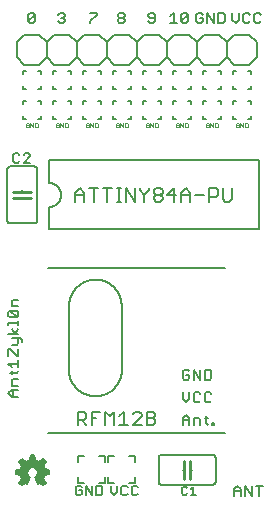
<source format=gto>
G75*
%MOIN*%
%OFA0B0*%
%FSLAX25Y25*%
%IPPOS*%
%LPD*%
%AMOC8*
5,1,8,0,0,1.08239X$1,22.5*
%
%ADD10C,0.00600*%
%ADD11C,0.00300*%
%ADD12C,0.00500*%
%ADD13C,0.00800*%
%ADD14C,0.01000*%
D10*
X0011501Y0010324D02*
X0011501Y0011624D01*
X0013001Y0011824D01*
X0013601Y0013124D01*
X0012701Y0014424D01*
X0013601Y0015324D01*
X0014901Y0014424D01*
X0016101Y0014924D01*
X0016401Y0016524D01*
X0017701Y0016524D01*
X0018001Y0014924D01*
X0019201Y0014424D01*
X0020601Y0015324D01*
X0021501Y0014424D01*
X0020601Y0013124D01*
X0021101Y0011924D01*
X0022601Y0011624D01*
X0022601Y0010324D01*
X0021201Y0010024D01*
X0020601Y0008724D01*
X0021501Y0007424D01*
X0020601Y0006524D01*
X0019401Y0007324D01*
X0018801Y0007024D01*
X0017901Y0009324D01*
X0018501Y0009024D02*
X0019501Y0011024D01*
X0018501Y0012524D01*
X0017001Y0013024D01*
X0015501Y0012524D01*
X0015001Y0011024D01*
X0015501Y0009524D01*
X0016001Y0009024D01*
X0015001Y0007524D01*
X0013501Y0007024D01*
X0013001Y0007524D01*
X0014001Y0009024D01*
X0013001Y0010524D01*
X0012001Y0010524D01*
X0012001Y0011524D01*
X0013501Y0011524D01*
X0014001Y0013024D01*
X0013001Y0014524D01*
X0013501Y0015024D01*
X0015001Y0014024D01*
X0016501Y0015024D01*
X0016501Y0016024D01*
X0017501Y0016024D01*
X0018001Y0014524D01*
X0019501Y0014024D01*
X0020501Y0015024D01*
X0021001Y0014524D01*
X0020501Y0013024D01*
X0021001Y0011524D01*
X0022501Y0011524D01*
X0022001Y0010524D01*
X0020501Y0010024D01*
X0020501Y0008524D01*
X0021001Y0007524D01*
X0020501Y0007024D01*
X0019501Y0007524D01*
X0019001Y0007524D01*
X0018501Y0009024D01*
X0018515Y0008982D02*
X0020501Y0008982D01*
X0020501Y0009581D02*
X0018779Y0009581D01*
X0019079Y0010179D02*
X0020966Y0010179D01*
X0022128Y0010778D02*
X0019378Y0010778D01*
X0019267Y0011376D02*
X0022427Y0011376D01*
X0020851Y0011975D02*
X0018868Y0011975D01*
X0018355Y0012573D02*
X0020652Y0012573D01*
X0020550Y0013172D02*
X0013903Y0013172D01*
X0013851Y0012573D02*
X0015648Y0012573D01*
X0015318Y0011975D02*
X0013651Y0011975D01*
X0015119Y0011376D02*
X0012001Y0011376D01*
X0012001Y0010778D02*
X0015084Y0010778D01*
X0015283Y0010179D02*
X0013231Y0010179D01*
X0013001Y0010024D02*
X0011501Y0010324D01*
X0013001Y0010024D02*
X0013501Y0008724D01*
X0012701Y0007424D01*
X0013601Y0006524D01*
X0014801Y0007324D01*
X0015301Y0007024D01*
X0016301Y0009324D01*
X0015973Y0008982D02*
X0013973Y0008982D01*
X0013630Y0009581D02*
X0015483Y0009581D01*
X0015574Y0008384D02*
X0013574Y0008384D01*
X0013175Y0007785D02*
X0015175Y0007785D01*
X0013988Y0007187D02*
X0013339Y0007187D01*
X0016301Y0009324D02*
X0016227Y0009363D01*
X0016154Y0009406D01*
X0016084Y0009452D01*
X0016016Y0009502D01*
X0015950Y0009554D01*
X0015887Y0009610D01*
X0015827Y0009668D01*
X0015769Y0009729D01*
X0015715Y0009793D01*
X0015663Y0009859D01*
X0015615Y0009928D01*
X0015570Y0009999D01*
X0015528Y0010072D01*
X0015490Y0010147D01*
X0015455Y0010223D01*
X0015424Y0010301D01*
X0015396Y0010381D01*
X0015373Y0010462D01*
X0015353Y0010543D01*
X0015337Y0010626D01*
X0015325Y0010709D01*
X0015317Y0010793D01*
X0015313Y0010876D01*
X0015312Y0010961D01*
X0015316Y0011044D01*
X0015324Y0011128D01*
X0015335Y0011211D01*
X0015351Y0011294D01*
X0015370Y0011376D01*
X0015393Y0011457D01*
X0015420Y0011536D01*
X0015451Y0011615D01*
X0015485Y0011691D01*
X0015523Y0011766D01*
X0015564Y0011839D01*
X0015609Y0011911D01*
X0015657Y0011980D01*
X0015708Y0012046D01*
X0015762Y0012111D01*
X0015819Y0012172D01*
X0015879Y0012231D01*
X0015942Y0012287D01*
X0016007Y0012340D01*
X0016075Y0012390D01*
X0016145Y0012436D01*
X0016217Y0012479D01*
X0016291Y0012519D01*
X0016367Y0012555D01*
X0016444Y0012588D01*
X0016523Y0012617D01*
X0016603Y0012642D01*
X0016685Y0012664D01*
X0016767Y0012682D01*
X0016850Y0012695D01*
X0016933Y0012705D01*
X0017017Y0012711D01*
X0017101Y0012713D01*
X0017185Y0012711D01*
X0017269Y0012705D01*
X0017352Y0012695D01*
X0017435Y0012682D01*
X0017517Y0012664D01*
X0017599Y0012642D01*
X0017679Y0012617D01*
X0017758Y0012588D01*
X0017835Y0012555D01*
X0017911Y0012519D01*
X0017985Y0012479D01*
X0018057Y0012436D01*
X0018127Y0012390D01*
X0018195Y0012340D01*
X0018260Y0012287D01*
X0018323Y0012231D01*
X0018383Y0012172D01*
X0018440Y0012111D01*
X0018494Y0012046D01*
X0018545Y0011980D01*
X0018593Y0011911D01*
X0018638Y0011839D01*
X0018679Y0011766D01*
X0018717Y0011691D01*
X0018751Y0011615D01*
X0018782Y0011536D01*
X0018809Y0011457D01*
X0018832Y0011376D01*
X0018851Y0011294D01*
X0018867Y0011211D01*
X0018878Y0011128D01*
X0018886Y0011044D01*
X0018890Y0010961D01*
X0018889Y0010876D01*
X0018885Y0010793D01*
X0018877Y0010709D01*
X0018865Y0010626D01*
X0018849Y0010543D01*
X0018829Y0010462D01*
X0018806Y0010381D01*
X0018778Y0010301D01*
X0018747Y0010223D01*
X0018712Y0010147D01*
X0018674Y0010072D01*
X0018632Y0009999D01*
X0018587Y0009928D01*
X0018539Y0009859D01*
X0018487Y0009793D01*
X0018433Y0009729D01*
X0018375Y0009668D01*
X0018315Y0009610D01*
X0018252Y0009554D01*
X0018186Y0009502D01*
X0018118Y0009452D01*
X0018048Y0009406D01*
X0017975Y0009363D01*
X0017901Y0009324D01*
X0018715Y0008384D02*
X0020572Y0008384D01*
X0020871Y0007785D02*
X0018914Y0007785D01*
X0020177Y0007187D02*
X0020663Y0007187D01*
X0020750Y0013770D02*
X0013504Y0013770D01*
X0013105Y0014369D02*
X0014485Y0014369D01*
X0015518Y0014369D02*
X0018468Y0014369D01*
X0017854Y0014967D02*
X0016416Y0014967D01*
X0016501Y0015566D02*
X0017654Y0015566D01*
X0019846Y0014369D02*
X0020949Y0014369D01*
X0020558Y0014967D02*
X0020444Y0014967D01*
X0013587Y0014967D02*
X0013444Y0014967D01*
X0012382Y0036155D02*
X0010114Y0036155D01*
X0008980Y0037289D01*
X0010114Y0038424D01*
X0012382Y0038424D01*
X0012382Y0039838D02*
X0010114Y0039838D01*
X0010114Y0041540D01*
X0010681Y0042107D01*
X0012382Y0042107D01*
X0011815Y0044089D02*
X0012382Y0044656D01*
X0011815Y0044089D02*
X0009547Y0044089D01*
X0010114Y0044656D02*
X0010114Y0043521D01*
X0010114Y0045977D02*
X0008980Y0047111D01*
X0012382Y0047111D01*
X0012382Y0045977D02*
X0012382Y0048245D01*
X0012382Y0049660D02*
X0011815Y0049660D01*
X0009547Y0051929D01*
X0008980Y0051929D01*
X0008980Y0049660D01*
X0010114Y0053343D02*
X0011815Y0053343D01*
X0012382Y0053910D01*
X0012382Y0055612D01*
X0012950Y0055612D02*
X0013517Y0055045D01*
X0013517Y0054477D01*
X0012950Y0055612D02*
X0010114Y0055612D01*
X0011248Y0057026D02*
X0010114Y0058728D01*
X0008980Y0060096D02*
X0008980Y0060663D01*
X0012382Y0060663D01*
X0012382Y0060096D02*
X0012382Y0061230D01*
X0011815Y0062551D02*
X0009547Y0064820D01*
X0011815Y0064820D01*
X0012382Y0064252D01*
X0012382Y0063118D01*
X0011815Y0062551D01*
X0009547Y0062551D01*
X0008980Y0063118D01*
X0008980Y0064252D01*
X0009547Y0064820D01*
X0010114Y0066234D02*
X0010114Y0067936D01*
X0010681Y0068503D01*
X0012382Y0068503D01*
X0012382Y0066234D02*
X0010114Y0066234D01*
X0012382Y0058728D02*
X0011248Y0057026D01*
X0012382Y0057026D02*
X0008980Y0057026D01*
X0012382Y0051929D02*
X0012382Y0049660D01*
X0010681Y0038424D02*
X0010681Y0036155D01*
X0031915Y0006424D02*
X0031391Y0005900D01*
X0031391Y0003805D01*
X0031915Y0003281D01*
X0032962Y0003281D01*
X0033486Y0003805D01*
X0033486Y0004853D01*
X0032439Y0004853D01*
X0033486Y0005900D02*
X0032962Y0006424D01*
X0031915Y0006424D01*
X0032277Y0007300D02*
X0034277Y0007300D01*
X0034835Y0006424D02*
X0036930Y0003281D01*
X0036930Y0006424D01*
X0038279Y0006424D02*
X0039850Y0006424D01*
X0040374Y0005900D01*
X0040374Y0003805D01*
X0039850Y0003281D01*
X0038279Y0003281D01*
X0038279Y0006424D01*
X0039277Y0007300D02*
X0041277Y0007300D01*
X0041277Y0009300D01*
X0042277Y0009300D02*
X0042277Y0007300D01*
X0044277Y0007300D01*
X0045297Y0006424D02*
X0045297Y0004329D01*
X0044250Y0003281D01*
X0043202Y0004329D01*
X0043202Y0006424D01*
X0046646Y0005900D02*
X0046646Y0003805D01*
X0047170Y0003281D01*
X0048217Y0003281D01*
X0048741Y0003805D01*
X0050090Y0003805D02*
X0050090Y0005900D01*
X0050614Y0006424D01*
X0051661Y0006424D01*
X0052185Y0005900D01*
X0051277Y0007300D02*
X0049277Y0007300D01*
X0048217Y0006424D02*
X0047170Y0006424D01*
X0046646Y0005900D01*
X0048217Y0006424D02*
X0048741Y0005900D01*
X0050090Y0003805D02*
X0050614Y0003281D01*
X0051661Y0003281D01*
X0052185Y0003805D01*
X0051277Y0007300D02*
X0051277Y0009300D01*
X0051277Y0014300D02*
X0051277Y0016300D01*
X0049277Y0016300D01*
X0044277Y0016300D02*
X0042277Y0016300D01*
X0042277Y0014300D01*
X0041277Y0014300D02*
X0041277Y0016300D01*
X0039277Y0016300D01*
X0034277Y0016300D02*
X0032277Y0016300D01*
X0032277Y0014300D01*
X0032277Y0009300D02*
X0032277Y0007300D01*
X0034835Y0006424D02*
X0034835Y0003281D01*
X0059088Y0007800D02*
X0059088Y0015800D01*
X0059090Y0015860D01*
X0059095Y0015921D01*
X0059104Y0015980D01*
X0059117Y0016039D01*
X0059133Y0016098D01*
X0059153Y0016155D01*
X0059176Y0016210D01*
X0059203Y0016265D01*
X0059232Y0016317D01*
X0059265Y0016368D01*
X0059301Y0016417D01*
X0059339Y0016463D01*
X0059381Y0016507D01*
X0059425Y0016549D01*
X0059471Y0016587D01*
X0059520Y0016623D01*
X0059571Y0016656D01*
X0059623Y0016685D01*
X0059678Y0016712D01*
X0059733Y0016735D01*
X0059790Y0016755D01*
X0059849Y0016771D01*
X0059908Y0016784D01*
X0059967Y0016793D01*
X0060028Y0016798D01*
X0060088Y0016800D01*
X0077088Y0016800D01*
X0077148Y0016798D01*
X0077209Y0016793D01*
X0077268Y0016784D01*
X0077327Y0016771D01*
X0077386Y0016755D01*
X0077443Y0016735D01*
X0077498Y0016712D01*
X0077553Y0016685D01*
X0077605Y0016656D01*
X0077656Y0016623D01*
X0077705Y0016587D01*
X0077751Y0016549D01*
X0077795Y0016507D01*
X0077837Y0016463D01*
X0077875Y0016417D01*
X0077911Y0016368D01*
X0077944Y0016317D01*
X0077973Y0016265D01*
X0078000Y0016210D01*
X0078023Y0016155D01*
X0078043Y0016098D01*
X0078059Y0016039D01*
X0078072Y0015980D01*
X0078081Y0015921D01*
X0078086Y0015860D01*
X0078088Y0015800D01*
X0078088Y0007800D01*
X0078086Y0007740D01*
X0078081Y0007679D01*
X0078072Y0007620D01*
X0078059Y0007561D01*
X0078043Y0007502D01*
X0078023Y0007445D01*
X0078000Y0007390D01*
X0077973Y0007335D01*
X0077944Y0007283D01*
X0077911Y0007232D01*
X0077875Y0007183D01*
X0077837Y0007137D01*
X0077795Y0007093D01*
X0077751Y0007051D01*
X0077705Y0007013D01*
X0077656Y0006977D01*
X0077605Y0006944D01*
X0077553Y0006915D01*
X0077498Y0006888D01*
X0077443Y0006865D01*
X0077386Y0006845D01*
X0077327Y0006829D01*
X0077268Y0006816D01*
X0077209Y0006807D01*
X0077148Y0006802D01*
X0077088Y0006800D01*
X0060088Y0006800D01*
X0060028Y0006802D01*
X0059967Y0006807D01*
X0059908Y0006816D01*
X0059849Y0006829D01*
X0059790Y0006845D01*
X0059733Y0006865D01*
X0059678Y0006888D01*
X0059623Y0006915D01*
X0059571Y0006944D01*
X0059520Y0006977D01*
X0059471Y0007013D01*
X0059425Y0007051D01*
X0059381Y0007093D01*
X0059339Y0007137D01*
X0059301Y0007183D01*
X0059265Y0007232D01*
X0059232Y0007283D01*
X0059203Y0007335D01*
X0059176Y0007390D01*
X0059153Y0007445D01*
X0059133Y0007502D01*
X0059117Y0007561D01*
X0059104Y0007620D01*
X0059095Y0007679D01*
X0059090Y0007740D01*
X0059088Y0007800D01*
X0067088Y0011800D02*
X0067588Y0011800D01*
X0069588Y0011800D02*
X0070088Y0011800D01*
X0070760Y0026706D02*
X0070760Y0028975D01*
X0072461Y0028975D01*
X0073029Y0028408D01*
X0073029Y0026706D01*
X0075010Y0027273D02*
X0075010Y0029542D01*
X0074443Y0028975D02*
X0075577Y0028975D01*
X0075010Y0027273D02*
X0075577Y0026706D01*
X0076899Y0026706D02*
X0076899Y0027273D01*
X0077466Y0027273D01*
X0077466Y0026706D01*
X0076899Y0026706D01*
X0076145Y0034206D02*
X0075010Y0034206D01*
X0074443Y0034773D01*
X0074443Y0037042D01*
X0075010Y0037609D01*
X0076145Y0037609D01*
X0076712Y0037042D01*
X0076712Y0034773D02*
X0076145Y0034206D01*
X0073029Y0034773D02*
X0072461Y0034206D01*
X0071327Y0034206D01*
X0070760Y0034773D01*
X0070760Y0037042D01*
X0071327Y0037609D01*
X0072461Y0037609D01*
X0073029Y0037042D01*
X0069345Y0037609D02*
X0069345Y0035341D01*
X0068211Y0034206D01*
X0067077Y0035341D01*
X0067077Y0037609D01*
X0067644Y0041706D02*
X0068778Y0041706D01*
X0069345Y0042273D01*
X0069345Y0043408D01*
X0068211Y0043408D01*
X0067077Y0044542D02*
X0067077Y0042273D01*
X0067644Y0041706D01*
X0067077Y0044542D02*
X0067644Y0045109D01*
X0068778Y0045109D01*
X0069345Y0044542D01*
X0070760Y0045109D02*
X0073029Y0041706D01*
X0073029Y0045109D01*
X0074443Y0045109D02*
X0074443Y0041706D01*
X0076145Y0041706D01*
X0076712Y0042273D01*
X0076712Y0044542D01*
X0076145Y0045109D01*
X0074443Y0045109D01*
X0070760Y0045109D02*
X0070760Y0041706D01*
X0068211Y0030109D02*
X0067077Y0028975D01*
X0067077Y0026706D01*
X0067077Y0028408D02*
X0069345Y0028408D01*
X0069345Y0028975D02*
X0068211Y0030109D01*
X0069345Y0028975D02*
X0069345Y0026706D01*
X0085351Y0006424D02*
X0084216Y0005290D01*
X0084216Y0003021D01*
X0084216Y0004723D02*
X0086485Y0004723D01*
X0086485Y0005290D02*
X0086485Y0003021D01*
X0087900Y0003021D02*
X0087900Y0006424D01*
X0090168Y0003021D01*
X0090168Y0006424D01*
X0091583Y0006424D02*
X0093851Y0006424D01*
X0092717Y0006424D02*
X0092717Y0003021D01*
X0086485Y0005290D02*
X0085351Y0006424D01*
X0092564Y0091875D02*
X0092564Y0114875D01*
X0022564Y0114875D01*
X0022564Y0107375D01*
X0022690Y0107373D01*
X0022815Y0107367D01*
X0022940Y0107357D01*
X0023065Y0107343D01*
X0023190Y0107326D01*
X0023314Y0107304D01*
X0023437Y0107279D01*
X0023559Y0107249D01*
X0023680Y0107216D01*
X0023800Y0107179D01*
X0023919Y0107139D01*
X0024036Y0107094D01*
X0024153Y0107046D01*
X0024267Y0106994D01*
X0024380Y0106939D01*
X0024491Y0106880D01*
X0024600Y0106818D01*
X0024707Y0106752D01*
X0024812Y0106683D01*
X0024915Y0106611D01*
X0025016Y0106536D01*
X0025114Y0106457D01*
X0025209Y0106375D01*
X0025302Y0106291D01*
X0025392Y0106203D01*
X0025480Y0106113D01*
X0025564Y0106020D01*
X0025646Y0105925D01*
X0025725Y0105827D01*
X0025800Y0105726D01*
X0025872Y0105623D01*
X0025941Y0105518D01*
X0026007Y0105411D01*
X0026069Y0105302D01*
X0026128Y0105191D01*
X0026183Y0105078D01*
X0026235Y0104964D01*
X0026283Y0104847D01*
X0026328Y0104730D01*
X0026368Y0104611D01*
X0026405Y0104491D01*
X0026438Y0104370D01*
X0026468Y0104248D01*
X0026493Y0104125D01*
X0026515Y0104001D01*
X0026532Y0103876D01*
X0026546Y0103751D01*
X0026556Y0103626D01*
X0026562Y0103501D01*
X0026564Y0103375D01*
X0026562Y0103249D01*
X0026556Y0103124D01*
X0026546Y0102999D01*
X0026532Y0102874D01*
X0026515Y0102749D01*
X0026493Y0102625D01*
X0026468Y0102502D01*
X0026438Y0102380D01*
X0026405Y0102259D01*
X0026368Y0102139D01*
X0026328Y0102020D01*
X0026283Y0101903D01*
X0026235Y0101786D01*
X0026183Y0101672D01*
X0026128Y0101559D01*
X0026069Y0101448D01*
X0026007Y0101339D01*
X0025941Y0101232D01*
X0025872Y0101127D01*
X0025800Y0101024D01*
X0025725Y0100923D01*
X0025646Y0100825D01*
X0025564Y0100730D01*
X0025480Y0100637D01*
X0025392Y0100547D01*
X0025302Y0100459D01*
X0025209Y0100375D01*
X0025114Y0100293D01*
X0025016Y0100214D01*
X0024915Y0100139D01*
X0024812Y0100067D01*
X0024707Y0099998D01*
X0024600Y0099932D01*
X0024491Y0099870D01*
X0024380Y0099811D01*
X0024267Y0099756D01*
X0024153Y0099704D01*
X0024036Y0099656D01*
X0023919Y0099611D01*
X0023800Y0099571D01*
X0023680Y0099534D01*
X0023559Y0099501D01*
X0023437Y0099471D01*
X0023314Y0099446D01*
X0023190Y0099424D01*
X0023065Y0099407D01*
X0022940Y0099393D01*
X0022815Y0099383D01*
X0022690Y0099377D01*
X0022564Y0099375D01*
X0022564Y0091875D01*
X0092564Y0091875D01*
X0089777Y0128800D02*
X0088777Y0128800D01*
X0089777Y0128800D02*
X0089777Y0129800D01*
X0089777Y0133800D02*
X0089777Y0134800D01*
X0088777Y0134800D01*
X0088777Y0138800D02*
X0089777Y0138800D01*
X0089777Y0139800D01*
X0089777Y0143800D02*
X0089777Y0144800D01*
X0088777Y0144800D01*
X0089277Y0146800D02*
X0084277Y0146800D01*
X0081777Y0149300D01*
X0079277Y0146800D01*
X0074277Y0146800D01*
X0071777Y0149300D01*
X0069277Y0146800D01*
X0064277Y0146800D01*
X0061777Y0149300D01*
X0059277Y0146800D01*
X0054277Y0146800D01*
X0051777Y0149300D01*
X0049277Y0146800D01*
X0044277Y0146800D01*
X0041777Y0149300D01*
X0039277Y0146800D01*
X0034277Y0146800D01*
X0031777Y0149300D01*
X0029277Y0146800D01*
X0024277Y0146800D01*
X0021777Y0149300D01*
X0019277Y0146800D01*
X0014277Y0146800D01*
X0011777Y0149300D01*
X0011777Y0154300D01*
X0014277Y0156800D01*
X0019277Y0156800D01*
X0021777Y0154300D01*
X0024277Y0156800D01*
X0029277Y0156800D01*
X0031777Y0154300D01*
X0031777Y0149300D01*
X0033777Y0144800D02*
X0033777Y0143800D01*
X0033777Y0144800D02*
X0034777Y0144800D01*
X0033777Y0139800D02*
X0033777Y0138800D01*
X0034777Y0138800D01*
X0034777Y0134800D02*
X0033777Y0134800D01*
X0033777Y0133800D01*
X0033777Y0129800D02*
X0033777Y0128800D01*
X0034777Y0128800D01*
X0038777Y0128800D02*
X0039777Y0128800D01*
X0039777Y0129800D01*
X0043777Y0129800D02*
X0043777Y0128800D01*
X0044777Y0128800D01*
X0043777Y0133800D02*
X0043777Y0134800D01*
X0044777Y0134800D01*
X0044777Y0138800D02*
X0043777Y0138800D01*
X0043777Y0139800D01*
X0043777Y0143800D02*
X0043777Y0144800D01*
X0044777Y0144800D01*
X0041777Y0149300D02*
X0041777Y0154300D01*
X0044277Y0156800D01*
X0049277Y0156800D01*
X0051777Y0154300D01*
X0054277Y0156800D01*
X0059277Y0156800D01*
X0061777Y0154300D01*
X0061777Y0149300D01*
X0063777Y0144800D02*
X0063777Y0143800D01*
X0063777Y0144800D02*
X0064777Y0144800D01*
X0068777Y0144800D02*
X0069777Y0144800D01*
X0069777Y0143800D01*
X0069777Y0139800D02*
X0069777Y0138800D01*
X0068777Y0138800D01*
X0068777Y0134800D02*
X0069777Y0134800D01*
X0069777Y0133800D01*
X0069777Y0129800D02*
X0069777Y0128800D01*
X0068777Y0128800D01*
X0064777Y0128800D02*
X0063777Y0128800D01*
X0063777Y0129800D01*
X0063777Y0133800D02*
X0063777Y0134800D01*
X0064777Y0134800D01*
X0064777Y0138800D02*
X0063777Y0138800D01*
X0063777Y0139800D01*
X0059777Y0139800D02*
X0059777Y0138800D01*
X0058777Y0138800D01*
X0058777Y0134800D02*
X0059777Y0134800D01*
X0059777Y0133800D01*
X0059777Y0129800D02*
X0059777Y0128800D01*
X0058777Y0128800D01*
X0054777Y0128800D02*
X0053777Y0128800D01*
X0053777Y0129800D01*
X0053777Y0133800D02*
X0053777Y0134800D01*
X0054777Y0134800D01*
X0054777Y0138800D02*
X0053777Y0138800D01*
X0053777Y0139800D01*
X0053777Y0143800D02*
X0053777Y0144800D01*
X0054777Y0144800D01*
X0058777Y0144800D02*
X0059777Y0144800D01*
X0059777Y0143800D01*
X0061777Y0154300D02*
X0064277Y0156800D01*
X0069277Y0156800D01*
X0071777Y0154300D01*
X0074277Y0156800D01*
X0079277Y0156800D01*
X0081777Y0154300D01*
X0084277Y0156800D01*
X0089277Y0156800D01*
X0091777Y0154300D01*
X0091777Y0149300D01*
X0089277Y0146800D01*
X0084777Y0144800D02*
X0083777Y0144800D01*
X0083777Y0143800D01*
X0083777Y0139800D02*
X0083777Y0138800D01*
X0084777Y0138800D01*
X0084777Y0134800D02*
X0083777Y0134800D01*
X0083777Y0133800D01*
X0083777Y0129800D02*
X0083777Y0128800D01*
X0084777Y0128800D01*
X0079777Y0128800D02*
X0079777Y0129800D01*
X0079777Y0128800D02*
X0078777Y0128800D01*
X0074777Y0128800D02*
X0073777Y0128800D01*
X0073777Y0129800D01*
X0073777Y0133800D02*
X0073777Y0134800D01*
X0074777Y0134800D01*
X0078777Y0134800D02*
X0079777Y0134800D01*
X0079777Y0133800D01*
X0079777Y0138800D02*
X0078777Y0138800D01*
X0079777Y0138800D02*
X0079777Y0139800D01*
X0079777Y0143800D02*
X0079777Y0144800D01*
X0078777Y0144800D01*
X0074777Y0144800D02*
X0073777Y0144800D01*
X0073777Y0143800D01*
X0073777Y0139800D02*
X0073777Y0138800D01*
X0074777Y0138800D01*
X0071777Y0149300D02*
X0071777Y0154300D01*
X0072211Y0160643D02*
X0073345Y0160643D01*
X0073912Y0161210D01*
X0073912Y0162345D01*
X0072778Y0162345D01*
X0071644Y0163479D02*
X0071644Y0161210D01*
X0072211Y0160643D01*
X0071644Y0163479D02*
X0072211Y0164046D01*
X0073345Y0164046D01*
X0073912Y0163479D01*
X0075327Y0164046D02*
X0075327Y0160643D01*
X0077596Y0160643D02*
X0075327Y0164046D01*
X0077596Y0164046D02*
X0077596Y0160643D01*
X0079010Y0160643D02*
X0079010Y0164046D01*
X0080712Y0164046D01*
X0081279Y0163479D01*
X0081279Y0161210D01*
X0080712Y0160643D01*
X0079010Y0160643D01*
X0083652Y0161778D02*
X0084786Y0160643D01*
X0085920Y0161778D01*
X0085920Y0164046D01*
X0087335Y0163479D02*
X0087335Y0161210D01*
X0087902Y0160643D01*
X0089036Y0160643D01*
X0089603Y0161210D01*
X0089603Y0163479D02*
X0089036Y0164046D01*
X0087902Y0164046D01*
X0087335Y0163479D01*
X0083652Y0164046D02*
X0083652Y0161778D01*
X0081777Y0154300D02*
X0081777Y0149300D01*
X0091585Y0160643D02*
X0092719Y0160643D01*
X0093287Y0161210D01*
X0093287Y0163479D02*
X0092719Y0164046D01*
X0091585Y0164046D01*
X0091018Y0163479D01*
X0091018Y0161210D01*
X0091585Y0160643D01*
X0068934Y0161210D02*
X0068367Y0160643D01*
X0067233Y0160643D01*
X0066666Y0161210D01*
X0068934Y0163479D01*
X0068934Y0161210D01*
X0068934Y0163479D02*
X0068367Y0164046D01*
X0067233Y0164046D01*
X0066666Y0163479D01*
X0066666Y0161210D01*
X0065251Y0160643D02*
X0062982Y0160643D01*
X0064117Y0160643D02*
X0064117Y0164046D01*
X0062982Y0162912D01*
X0057771Y0163479D02*
X0057771Y0161210D01*
X0057204Y0160643D01*
X0056069Y0160643D01*
X0055502Y0161210D01*
X0056069Y0162345D02*
X0055502Y0162912D01*
X0055502Y0163479D01*
X0056069Y0164046D01*
X0057204Y0164046D01*
X0057771Y0163479D01*
X0057771Y0162345D02*
X0056069Y0162345D01*
X0051777Y0154300D02*
X0051777Y0149300D01*
X0049777Y0144800D02*
X0048777Y0144800D01*
X0049777Y0144800D02*
X0049777Y0143800D01*
X0049777Y0139800D02*
X0049777Y0138800D01*
X0048777Y0138800D01*
X0048777Y0134800D02*
X0049777Y0134800D01*
X0049777Y0133800D01*
X0049777Y0129800D02*
X0049777Y0128800D01*
X0048777Y0128800D01*
X0039777Y0133800D02*
X0039777Y0134800D01*
X0038777Y0134800D01*
X0038777Y0138800D02*
X0039777Y0138800D01*
X0039777Y0139800D01*
X0039777Y0143800D02*
X0039777Y0144800D01*
X0038777Y0144800D01*
X0041777Y0154300D02*
X0039277Y0156800D01*
X0034277Y0156800D01*
X0031777Y0154300D01*
X0036132Y0160643D02*
X0036132Y0161210D01*
X0038401Y0163479D01*
X0038401Y0164046D01*
X0036132Y0164046D01*
X0027849Y0163479D02*
X0027849Y0162912D01*
X0027282Y0162345D01*
X0027849Y0161778D01*
X0027849Y0161210D01*
X0027282Y0160643D01*
X0026148Y0160643D01*
X0025581Y0161210D01*
X0026715Y0162345D02*
X0027282Y0162345D01*
X0027849Y0163479D02*
X0027282Y0164046D01*
X0026148Y0164046D01*
X0025581Y0163479D01*
X0021777Y0154300D02*
X0021777Y0149300D01*
X0023777Y0144800D02*
X0023777Y0143800D01*
X0023777Y0144800D02*
X0024777Y0144800D01*
X0023777Y0139800D02*
X0023777Y0138800D01*
X0024777Y0138800D01*
X0024777Y0134800D02*
X0023777Y0134800D01*
X0023777Y0133800D01*
X0023777Y0129800D02*
X0023777Y0128800D01*
X0024777Y0128800D01*
X0028777Y0128800D02*
X0029777Y0128800D01*
X0029777Y0129800D01*
X0029777Y0133800D02*
X0029777Y0134800D01*
X0028777Y0134800D01*
X0028777Y0138800D02*
X0029777Y0138800D01*
X0029777Y0139800D01*
X0029777Y0143800D02*
X0029777Y0144800D01*
X0028777Y0144800D01*
X0019777Y0144800D02*
X0018777Y0144800D01*
X0019777Y0144800D02*
X0019777Y0143800D01*
X0019777Y0139800D02*
X0019777Y0138800D01*
X0018777Y0138800D01*
X0018777Y0134800D02*
X0019777Y0134800D01*
X0019777Y0133800D01*
X0019777Y0129800D02*
X0019777Y0128800D01*
X0018777Y0128800D01*
X0014777Y0128800D02*
X0013777Y0128800D01*
X0013777Y0129800D01*
X0013777Y0133800D02*
X0013777Y0134800D01*
X0014777Y0134800D01*
X0014777Y0138800D02*
X0013777Y0138800D01*
X0013777Y0139800D01*
X0013777Y0143800D02*
X0013777Y0144800D01*
X0014777Y0144800D01*
X0016109Y0160643D02*
X0015541Y0161210D01*
X0017810Y0163479D01*
X0017810Y0161210D01*
X0017243Y0160643D01*
X0016109Y0160643D01*
X0015541Y0161210D02*
X0015541Y0163479D01*
X0016109Y0164046D01*
X0017243Y0164046D01*
X0017810Y0163479D01*
X0045463Y0163479D02*
X0045463Y0162912D01*
X0046030Y0162345D01*
X0047164Y0162345D01*
X0047731Y0161778D01*
X0047731Y0161210D01*
X0047164Y0160643D01*
X0046030Y0160643D01*
X0045463Y0161210D01*
X0045463Y0161778D01*
X0046030Y0162345D01*
X0047164Y0162345D02*
X0047731Y0162912D01*
X0047731Y0163479D01*
X0047164Y0164046D01*
X0046030Y0164046D01*
X0045463Y0163479D01*
X0015637Y0117251D02*
X0014590Y0117251D01*
X0014066Y0116727D01*
X0012717Y0116727D02*
X0012194Y0117251D01*
X0011146Y0117251D01*
X0010622Y0116727D01*
X0010622Y0114632D01*
X0011146Y0114108D01*
X0012194Y0114108D01*
X0012717Y0114632D01*
X0014066Y0114108D02*
X0016161Y0116203D01*
X0016161Y0116727D01*
X0015637Y0117251D01*
X0016161Y0114108D02*
X0014066Y0114108D01*
X0017667Y0112875D02*
X0009667Y0112875D01*
X0009607Y0112873D01*
X0009546Y0112868D01*
X0009487Y0112859D01*
X0009428Y0112846D01*
X0009369Y0112830D01*
X0009312Y0112810D01*
X0009257Y0112787D01*
X0009202Y0112760D01*
X0009150Y0112731D01*
X0009099Y0112698D01*
X0009050Y0112662D01*
X0009004Y0112624D01*
X0008960Y0112582D01*
X0008918Y0112538D01*
X0008880Y0112492D01*
X0008844Y0112443D01*
X0008811Y0112392D01*
X0008782Y0112340D01*
X0008755Y0112285D01*
X0008732Y0112230D01*
X0008712Y0112173D01*
X0008696Y0112114D01*
X0008683Y0112055D01*
X0008674Y0111996D01*
X0008669Y0111935D01*
X0008667Y0111875D01*
X0008667Y0094875D01*
X0008669Y0094815D01*
X0008674Y0094754D01*
X0008683Y0094695D01*
X0008696Y0094636D01*
X0008712Y0094577D01*
X0008732Y0094520D01*
X0008755Y0094465D01*
X0008782Y0094410D01*
X0008811Y0094358D01*
X0008844Y0094307D01*
X0008880Y0094258D01*
X0008918Y0094212D01*
X0008960Y0094168D01*
X0009004Y0094126D01*
X0009050Y0094088D01*
X0009099Y0094052D01*
X0009150Y0094019D01*
X0009202Y0093990D01*
X0009257Y0093963D01*
X0009312Y0093940D01*
X0009369Y0093920D01*
X0009428Y0093904D01*
X0009487Y0093891D01*
X0009546Y0093882D01*
X0009607Y0093877D01*
X0009667Y0093875D01*
X0017667Y0093875D01*
X0017727Y0093877D01*
X0017788Y0093882D01*
X0017847Y0093891D01*
X0017906Y0093904D01*
X0017965Y0093920D01*
X0018022Y0093940D01*
X0018077Y0093963D01*
X0018132Y0093990D01*
X0018184Y0094019D01*
X0018235Y0094052D01*
X0018284Y0094088D01*
X0018330Y0094126D01*
X0018374Y0094168D01*
X0018416Y0094212D01*
X0018454Y0094258D01*
X0018490Y0094307D01*
X0018523Y0094358D01*
X0018552Y0094410D01*
X0018579Y0094465D01*
X0018602Y0094520D01*
X0018622Y0094577D01*
X0018638Y0094636D01*
X0018651Y0094695D01*
X0018660Y0094754D01*
X0018665Y0094815D01*
X0018667Y0094875D01*
X0018667Y0111875D01*
X0018665Y0111935D01*
X0018660Y0111996D01*
X0018651Y0112055D01*
X0018638Y0112114D01*
X0018622Y0112173D01*
X0018602Y0112230D01*
X0018579Y0112285D01*
X0018552Y0112340D01*
X0018523Y0112392D01*
X0018490Y0112443D01*
X0018454Y0112492D01*
X0018416Y0112538D01*
X0018374Y0112582D01*
X0018330Y0112624D01*
X0018284Y0112662D01*
X0018235Y0112698D01*
X0018184Y0112731D01*
X0018132Y0112760D01*
X0018077Y0112787D01*
X0018022Y0112810D01*
X0017965Y0112830D01*
X0017906Y0112846D01*
X0017847Y0112859D01*
X0017788Y0112868D01*
X0017727Y0112873D01*
X0017667Y0112875D01*
X0013667Y0104875D02*
X0013667Y0104375D01*
X0013667Y0102375D02*
X0013667Y0101875D01*
D11*
X0015126Y0125941D02*
X0015559Y0125941D01*
X0015776Y0126157D01*
X0015776Y0126591D01*
X0015342Y0126591D01*
X0014909Y0126157D02*
X0015126Y0125941D01*
X0014909Y0126157D02*
X0014909Y0127025D01*
X0015126Y0127242D01*
X0015559Y0127242D01*
X0015776Y0127025D01*
X0016382Y0127242D02*
X0017249Y0125941D01*
X0017249Y0127242D01*
X0017855Y0127242D02*
X0017855Y0125941D01*
X0018506Y0125941D01*
X0018723Y0126157D01*
X0018723Y0127025D01*
X0018506Y0127242D01*
X0017855Y0127242D01*
X0016382Y0127242D02*
X0016382Y0125941D01*
X0024909Y0126157D02*
X0025126Y0125941D01*
X0025559Y0125941D01*
X0025776Y0126157D01*
X0025776Y0126591D01*
X0025342Y0126591D01*
X0024909Y0127025D02*
X0024909Y0126157D01*
X0024909Y0127025D02*
X0025126Y0127242D01*
X0025559Y0127242D01*
X0025776Y0127025D01*
X0026382Y0127242D02*
X0027249Y0125941D01*
X0027249Y0127242D01*
X0027855Y0127242D02*
X0027855Y0125941D01*
X0028506Y0125941D01*
X0028723Y0126157D01*
X0028723Y0127025D01*
X0028506Y0127242D01*
X0027855Y0127242D01*
X0026382Y0127242D02*
X0026382Y0125941D01*
X0034909Y0126157D02*
X0035126Y0125941D01*
X0035559Y0125941D01*
X0035776Y0126157D01*
X0035776Y0126591D01*
X0035342Y0126591D01*
X0034909Y0127025D02*
X0034909Y0126157D01*
X0034909Y0127025D02*
X0035126Y0127242D01*
X0035559Y0127242D01*
X0035776Y0127025D01*
X0036382Y0127242D02*
X0036382Y0125941D01*
X0037249Y0125941D02*
X0036382Y0127242D01*
X0037249Y0127242D02*
X0037249Y0125941D01*
X0037855Y0125941D02*
X0038506Y0125941D01*
X0038723Y0126157D01*
X0038723Y0127025D01*
X0038506Y0127242D01*
X0037855Y0127242D01*
X0037855Y0125941D01*
X0044909Y0126157D02*
X0045126Y0125941D01*
X0045559Y0125941D01*
X0045776Y0126157D01*
X0045776Y0126591D01*
X0045342Y0126591D01*
X0044909Y0127025D02*
X0044909Y0126157D01*
X0044909Y0127025D02*
X0045126Y0127242D01*
X0045559Y0127242D01*
X0045776Y0127025D01*
X0046382Y0127242D02*
X0046382Y0125941D01*
X0047249Y0125941D02*
X0046382Y0127242D01*
X0047249Y0127242D02*
X0047249Y0125941D01*
X0047855Y0125941D02*
X0048506Y0125941D01*
X0048723Y0126157D01*
X0048723Y0127025D01*
X0048506Y0127242D01*
X0047855Y0127242D01*
X0047855Y0125941D01*
X0054909Y0126157D02*
X0055126Y0125941D01*
X0055559Y0125941D01*
X0055776Y0126157D01*
X0055776Y0126591D01*
X0055342Y0126591D01*
X0054909Y0127025D02*
X0054909Y0126157D01*
X0054909Y0127025D02*
X0055126Y0127242D01*
X0055559Y0127242D01*
X0055776Y0127025D01*
X0056382Y0127242D02*
X0056382Y0125941D01*
X0057249Y0125941D02*
X0056382Y0127242D01*
X0057249Y0127242D02*
X0057249Y0125941D01*
X0057855Y0125941D02*
X0058506Y0125941D01*
X0058723Y0126157D01*
X0058723Y0127025D01*
X0058506Y0127242D01*
X0057855Y0127242D01*
X0057855Y0125941D01*
X0064909Y0126157D02*
X0065126Y0125941D01*
X0065559Y0125941D01*
X0065776Y0126157D01*
X0065776Y0126591D01*
X0065342Y0126591D01*
X0064909Y0127025D02*
X0064909Y0126157D01*
X0064909Y0127025D02*
X0065126Y0127242D01*
X0065559Y0127242D01*
X0065776Y0127025D01*
X0066382Y0127242D02*
X0067249Y0125941D01*
X0067249Y0127242D01*
X0067855Y0127242D02*
X0068506Y0127242D01*
X0068723Y0127025D01*
X0068723Y0126157D01*
X0068506Y0125941D01*
X0067855Y0125941D01*
X0067855Y0127242D01*
X0066382Y0127242D02*
X0066382Y0125941D01*
X0074909Y0126157D02*
X0075126Y0125941D01*
X0075559Y0125941D01*
X0075776Y0126157D01*
X0075776Y0126591D01*
X0075342Y0126591D01*
X0074909Y0127025D02*
X0074909Y0126157D01*
X0074909Y0127025D02*
X0075126Y0127242D01*
X0075559Y0127242D01*
X0075776Y0127025D01*
X0076382Y0127242D02*
X0077249Y0125941D01*
X0077249Y0127242D01*
X0077855Y0127242D02*
X0077855Y0125941D01*
X0078506Y0125941D01*
X0078723Y0126157D01*
X0078723Y0127025D01*
X0078506Y0127242D01*
X0077855Y0127242D01*
X0076382Y0127242D02*
X0076382Y0125941D01*
X0084909Y0126157D02*
X0085126Y0125941D01*
X0085559Y0125941D01*
X0085776Y0126157D01*
X0085776Y0126591D01*
X0085342Y0126591D01*
X0084909Y0127025D02*
X0084909Y0126157D01*
X0084909Y0127025D02*
X0085126Y0127242D01*
X0085559Y0127242D01*
X0085776Y0127025D01*
X0086382Y0127242D02*
X0087249Y0125941D01*
X0087249Y0127242D01*
X0087855Y0127242D02*
X0087855Y0125941D01*
X0088506Y0125941D01*
X0088723Y0126157D01*
X0088723Y0127025D01*
X0088506Y0127242D01*
X0087855Y0127242D01*
X0086382Y0127242D02*
X0086382Y0125941D01*
D12*
X0083425Y0105629D02*
X0083425Y0101875D01*
X0082675Y0101125D01*
X0081173Y0101125D01*
X0080423Y0101875D01*
X0080423Y0105629D01*
X0078821Y0104878D02*
X0078821Y0103377D01*
X0078071Y0102626D01*
X0075819Y0102626D01*
X0075819Y0101125D02*
X0075819Y0105629D01*
X0078071Y0105629D01*
X0078821Y0104878D01*
X0074218Y0103377D02*
X0071215Y0103377D01*
X0069614Y0103377D02*
X0066611Y0103377D01*
X0066611Y0104127D02*
X0068112Y0105629D01*
X0069614Y0104127D01*
X0069614Y0101125D01*
X0066611Y0101125D02*
X0066611Y0104127D01*
X0065010Y0103377D02*
X0062007Y0103377D01*
X0064259Y0105629D01*
X0064259Y0101125D01*
X0060406Y0101875D02*
X0059655Y0101125D01*
X0058154Y0101125D01*
X0057403Y0101875D01*
X0057403Y0102626D01*
X0058154Y0103377D01*
X0059655Y0103377D01*
X0060406Y0102626D01*
X0060406Y0101875D01*
X0059655Y0103377D02*
X0060406Y0104127D01*
X0060406Y0104878D01*
X0059655Y0105629D01*
X0058154Y0105629D01*
X0057403Y0104878D01*
X0057403Y0104127D01*
X0058154Y0103377D01*
X0055802Y0104878D02*
X0055802Y0105629D01*
X0055802Y0104878D02*
X0054301Y0103377D01*
X0054301Y0101125D01*
X0054301Y0103377D02*
X0052799Y0104878D01*
X0052799Y0105629D01*
X0051198Y0105629D02*
X0051198Y0101125D01*
X0048195Y0105629D01*
X0048195Y0101125D01*
X0046627Y0101125D02*
X0045126Y0101125D01*
X0045877Y0101125D02*
X0045877Y0105629D01*
X0046627Y0105629D02*
X0045126Y0105629D01*
X0043525Y0105629D02*
X0040522Y0105629D01*
X0042023Y0105629D02*
X0042023Y0101125D01*
X0038921Y0105629D02*
X0035918Y0105629D01*
X0034317Y0104127D02*
X0034317Y0101125D01*
X0034317Y0103377D02*
X0031314Y0103377D01*
X0031314Y0104127D02*
X0032816Y0105629D01*
X0034317Y0104127D01*
X0031314Y0104127D02*
X0031314Y0101125D01*
X0037420Y0101125D02*
X0037420Y0105629D01*
X0022249Y0078965D02*
X0081304Y0078965D01*
X0046777Y0066406D02*
X0046777Y0046406D01*
X0046805Y0046192D01*
X0046828Y0045977D01*
X0046845Y0045761D01*
X0046857Y0045545D01*
X0046864Y0045329D01*
X0046866Y0045113D01*
X0046862Y0044896D01*
X0046853Y0044680D01*
X0046839Y0044465D01*
X0046819Y0044249D01*
X0046795Y0044034D01*
X0046764Y0043820D01*
X0046729Y0043607D01*
X0046689Y0043394D01*
X0046643Y0043183D01*
X0046592Y0042973D01*
X0046536Y0042764D01*
X0046475Y0042556D01*
X0046409Y0042351D01*
X0046338Y0042146D01*
X0046262Y0041944D01*
X0046181Y0041743D01*
X0046095Y0041545D01*
X0046004Y0041349D01*
X0045908Y0041155D01*
X0045808Y0040963D01*
X0045703Y0040774D01*
X0045594Y0040587D01*
X0045480Y0040404D01*
X0045361Y0040223D01*
X0045238Y0040045D01*
X0045111Y0039870D01*
X0044980Y0039698D01*
X0044844Y0039530D01*
X0044704Y0039365D01*
X0044561Y0039203D01*
X0044413Y0039045D01*
X0044262Y0038891D01*
X0044107Y0038740D01*
X0043948Y0038593D01*
X0043786Y0038450D01*
X0043620Y0038311D01*
X0043451Y0038177D01*
X0043278Y0038046D01*
X0043103Y0037920D01*
X0042924Y0037798D01*
X0042743Y0037680D01*
X0042558Y0037567D01*
X0042371Y0037458D01*
X0042182Y0037354D01*
X0041990Y0037255D01*
X0041795Y0037160D01*
X0041598Y0037071D01*
X0041400Y0036986D01*
X0041199Y0036906D01*
X0040996Y0036831D01*
X0040791Y0036760D01*
X0040585Y0036695D01*
X0040377Y0036635D01*
X0040168Y0036580D01*
X0039958Y0036530D01*
X0039746Y0036486D01*
X0039533Y0036446D01*
X0039320Y0036412D01*
X0039106Y0036383D01*
X0038891Y0036359D01*
X0038675Y0036341D01*
X0038459Y0036328D01*
X0038243Y0036320D01*
X0038027Y0036317D01*
X0037811Y0036320D01*
X0037595Y0036328D01*
X0037379Y0036341D01*
X0037163Y0036359D01*
X0036948Y0036383D01*
X0036734Y0036412D01*
X0036521Y0036446D01*
X0036308Y0036486D01*
X0036096Y0036530D01*
X0035886Y0036580D01*
X0035677Y0036635D01*
X0035469Y0036695D01*
X0035263Y0036760D01*
X0035058Y0036831D01*
X0034855Y0036906D01*
X0034654Y0036986D01*
X0034456Y0037071D01*
X0034259Y0037160D01*
X0034064Y0037255D01*
X0033872Y0037354D01*
X0033683Y0037458D01*
X0033496Y0037567D01*
X0033311Y0037680D01*
X0033130Y0037798D01*
X0032951Y0037920D01*
X0032776Y0038046D01*
X0032603Y0038177D01*
X0032434Y0038311D01*
X0032268Y0038450D01*
X0032106Y0038593D01*
X0031947Y0038740D01*
X0031792Y0038891D01*
X0031641Y0039045D01*
X0031493Y0039203D01*
X0031350Y0039365D01*
X0031210Y0039530D01*
X0031074Y0039698D01*
X0030943Y0039870D01*
X0030816Y0040045D01*
X0030693Y0040223D01*
X0030574Y0040404D01*
X0030460Y0040587D01*
X0030351Y0040774D01*
X0030246Y0040963D01*
X0030146Y0041155D01*
X0030050Y0041349D01*
X0029959Y0041545D01*
X0029873Y0041743D01*
X0029792Y0041944D01*
X0029716Y0042146D01*
X0029645Y0042351D01*
X0029579Y0042556D01*
X0029518Y0042764D01*
X0029462Y0042973D01*
X0029411Y0043183D01*
X0029365Y0043394D01*
X0029325Y0043607D01*
X0029290Y0043820D01*
X0029259Y0044034D01*
X0029235Y0044249D01*
X0029215Y0044465D01*
X0029201Y0044680D01*
X0029192Y0044896D01*
X0029188Y0045113D01*
X0029190Y0045329D01*
X0029197Y0045545D01*
X0029209Y0045761D01*
X0029226Y0045977D01*
X0029249Y0046192D01*
X0029277Y0046406D01*
X0029277Y0066406D01*
X0029280Y0066619D01*
X0029287Y0066832D01*
X0029300Y0067045D01*
X0029318Y0067257D01*
X0029342Y0067469D01*
X0029370Y0067680D01*
X0029404Y0067890D01*
X0029443Y0068100D01*
X0029486Y0068309D01*
X0029535Y0068516D01*
X0029589Y0068722D01*
X0029648Y0068927D01*
X0029712Y0069130D01*
X0029781Y0069332D01*
X0029854Y0069532D01*
X0029933Y0069730D01*
X0030016Y0069926D01*
X0030104Y0070120D01*
X0030197Y0070312D01*
X0030295Y0070501D01*
X0030397Y0070688D01*
X0030503Y0070873D01*
X0030614Y0071055D01*
X0030730Y0071234D01*
X0030849Y0071410D01*
X0030973Y0071584D01*
X0031101Y0071754D01*
X0031234Y0071921D01*
X0031370Y0072085D01*
X0031510Y0072245D01*
X0031654Y0072402D01*
X0031802Y0072555D01*
X0031954Y0072705D01*
X0032109Y0072851D01*
X0032268Y0072993D01*
X0032430Y0073132D01*
X0032595Y0073266D01*
X0032764Y0073396D01*
X0032936Y0073522D01*
X0033111Y0073644D01*
X0033288Y0073762D01*
X0033469Y0073875D01*
X0033652Y0073984D01*
X0033838Y0074088D01*
X0034026Y0074188D01*
X0034217Y0074283D01*
X0034410Y0074373D01*
X0034605Y0074459D01*
X0034802Y0074540D01*
X0035001Y0074616D01*
X0035202Y0074687D01*
X0035404Y0074754D01*
X0035608Y0074815D01*
X0035814Y0074871D01*
X0036021Y0074923D01*
X0036229Y0074969D01*
X0036438Y0075010D01*
X0036648Y0075047D01*
X0036858Y0075078D01*
X0037070Y0075104D01*
X0037282Y0075124D01*
X0037495Y0075140D01*
X0037707Y0075150D01*
X0037920Y0075155D01*
X0038134Y0075155D01*
X0038347Y0075150D01*
X0038559Y0075140D01*
X0038772Y0075124D01*
X0038984Y0075104D01*
X0039196Y0075078D01*
X0039406Y0075047D01*
X0039616Y0075010D01*
X0039825Y0074969D01*
X0040033Y0074923D01*
X0040240Y0074871D01*
X0040446Y0074815D01*
X0040650Y0074754D01*
X0040852Y0074687D01*
X0041053Y0074616D01*
X0041252Y0074540D01*
X0041449Y0074459D01*
X0041644Y0074373D01*
X0041837Y0074283D01*
X0042028Y0074188D01*
X0042216Y0074088D01*
X0042402Y0073984D01*
X0042585Y0073875D01*
X0042766Y0073762D01*
X0042943Y0073644D01*
X0043118Y0073522D01*
X0043290Y0073396D01*
X0043459Y0073266D01*
X0043624Y0073132D01*
X0043786Y0072993D01*
X0043945Y0072851D01*
X0044100Y0072705D01*
X0044252Y0072555D01*
X0044400Y0072402D01*
X0044544Y0072245D01*
X0044684Y0072085D01*
X0044820Y0071921D01*
X0044953Y0071754D01*
X0045081Y0071584D01*
X0045205Y0071410D01*
X0045324Y0071234D01*
X0045440Y0071055D01*
X0045551Y0070873D01*
X0045657Y0070688D01*
X0045759Y0070501D01*
X0045857Y0070312D01*
X0045950Y0070120D01*
X0046038Y0069926D01*
X0046121Y0069730D01*
X0046200Y0069532D01*
X0046273Y0069332D01*
X0046342Y0069130D01*
X0046406Y0068927D01*
X0046465Y0068722D01*
X0046519Y0068516D01*
X0046568Y0068309D01*
X0046611Y0068100D01*
X0046650Y0067890D01*
X0046684Y0067680D01*
X0046712Y0067469D01*
X0046736Y0067257D01*
X0046754Y0067045D01*
X0046767Y0066832D01*
X0046774Y0066619D01*
X0046777Y0066406D01*
X0022249Y0023847D02*
X0081304Y0023847D01*
X0070717Y0006130D02*
X0069816Y0005229D01*
X0068671Y0005680D02*
X0068221Y0006130D01*
X0067320Y0006130D01*
X0066869Y0005680D01*
X0066869Y0003878D01*
X0067320Y0003428D01*
X0068221Y0003428D01*
X0068671Y0003878D01*
X0069816Y0003428D02*
X0071617Y0003428D01*
X0070717Y0003428D02*
X0070717Y0006130D01*
D13*
X0057298Y0026806D02*
X0055197Y0026806D01*
X0055197Y0031010D01*
X0057298Y0031010D01*
X0057999Y0030309D01*
X0057999Y0029609D01*
X0057298Y0028908D01*
X0055197Y0028908D01*
X0053395Y0029609D02*
X0053395Y0030309D01*
X0052694Y0031010D01*
X0051293Y0031010D01*
X0050593Y0030309D01*
X0053395Y0029609D02*
X0050593Y0026806D01*
X0053395Y0026806D01*
X0057298Y0026806D02*
X0057999Y0027507D01*
X0057999Y0028207D01*
X0057298Y0028908D01*
X0048791Y0026806D02*
X0045989Y0026806D01*
X0047390Y0026806D02*
X0047390Y0031010D01*
X0045989Y0029609D01*
X0044187Y0031010D02*
X0044187Y0026806D01*
X0042786Y0029609D02*
X0044187Y0031010D01*
X0042786Y0029609D02*
X0041385Y0031010D01*
X0041385Y0026806D01*
X0038182Y0028908D02*
X0036781Y0028908D01*
X0036781Y0026806D02*
X0036781Y0031010D01*
X0039583Y0031010D01*
X0034979Y0030309D02*
X0034979Y0028908D01*
X0034279Y0028207D01*
X0032177Y0028207D01*
X0032177Y0026806D02*
X0032177Y0031010D01*
X0034279Y0031010D01*
X0034979Y0030309D01*
X0033578Y0028207D02*
X0034979Y0026806D01*
D14*
X0067588Y0014800D02*
X0067588Y0011800D01*
X0067588Y0008800D01*
X0069588Y0008800D02*
X0069588Y0011800D01*
X0069588Y0014800D01*
X0016667Y0102375D02*
X0013667Y0102375D01*
X0010667Y0102375D01*
X0010667Y0104375D02*
X0013667Y0104375D01*
X0016667Y0104375D01*
M02*

</source>
